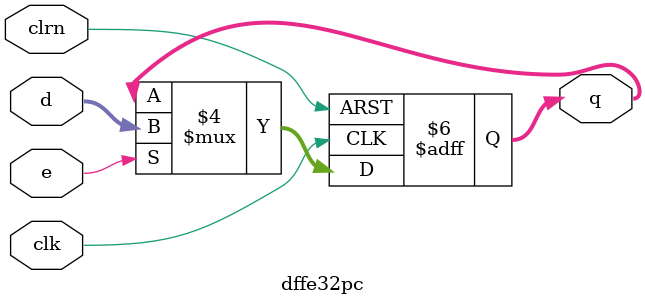
<source format=v>
module dffe32pc(d, clk, clrn, e, q);
	input      [31:0] d;
	input             clk, clrn, e;
	output reg [31:0] q;

	always @(negedge clrn or posedge clk)
		if (clrn == 0) begin
			q <= -4; // Make sure instruction at address 0 will be properly executed.
		end else begin
			if (e == 1)
				q <= d;
		end
endmodule

</source>
